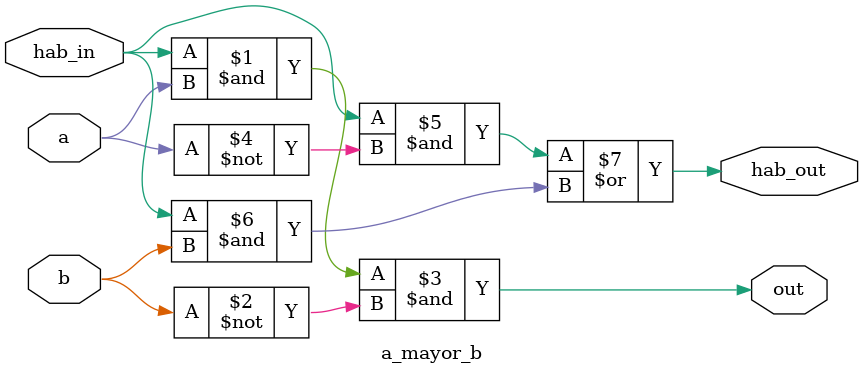
<source format=v>
module a_mayor_b (hab_in, a, b, out, hab_out);
	input hab_in, a, b;
	/*hab_in es una señal de habilitación. Este modulo devolverá 0 siempre al menos 
	que hab_in sea 1*/
	output out, hab_out;
	assign out = hab_in & a & ~b;
	assign hab_out = (hab_in & ~a) | (hab_in & b);
endmodule
</source>
